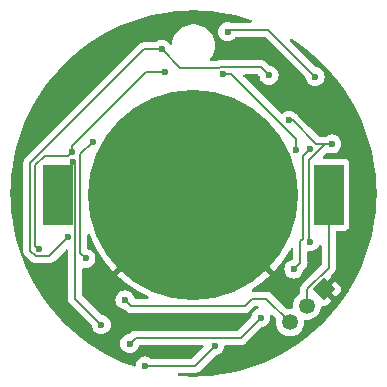
<source format=gbr>
%TF.GenerationSoftware,KiCad,Pcbnew,7.0.7*%
%TF.CreationDate,2024-04-02T17:30:46-04:00*%
%TF.ProjectId,battery_leds,62617474-6572-4795-9f6c-6564732e6b69,rev?*%
%TF.SameCoordinates,Original*%
%TF.FileFunction,Copper,L2,Bot*%
%TF.FilePolarity,Positive*%
%FSLAX46Y46*%
G04 Gerber Fmt 4.6, Leading zero omitted, Abs format (unit mm)*
G04 Created by KiCad (PCBNEW 7.0.7) date 2024-04-02 17:30:46*
%MOMM*%
%LPD*%
G01*
G04 APERTURE LIST*
G04 Aperture macros list*
%AMHorizOval*
0 Thick line with rounded ends*
0 $1 width*
0 $2 $3 position (X,Y) of the first rounded end (center of the circle)*
0 $4 $5 position (X,Y) of the second rounded end (center of the circle)*
0 Add line between two ends*
20,1,$1,$2,$3,$4,$5,0*
0 Add two circle primitives to create the rounded ends*
1,1,$1,$2,$3*
1,1,$1,$4,$5*%
%AMRotRect*
0 Rectangle, with rotation*
0 The origin of the aperture is its center*
0 $1 length*
0 $2 width*
0 $3 Rotation angle, in degrees counterclockwise*
0 Add horizontal line*
21,1,$1,$2,0,0,$3*%
G04 Aperture macros list end*
%TA.AperFunction,ComponentPad*%
%ADD10RotRect,1.350000X1.350000X315.000000*%
%TD*%
%TA.AperFunction,ComponentPad*%
%ADD11HorizOval,1.350000X0.000000X0.000000X0.000000X0.000000X0*%
%TD*%
%TA.AperFunction,SMDPad,CuDef*%
%ADD12C,17.800000*%
%TD*%
%TA.AperFunction,SMDPad,CuDef*%
%ADD13R,2.500000X5.100000*%
%TD*%
%TA.AperFunction,ViaPad*%
%ADD14C,0.600000*%
%TD*%
%TA.AperFunction,Conductor*%
%ADD15C,0.200000*%
%TD*%
G04 APERTURE END LIST*
D10*
%TO.P,J1,1,Pin_1*%
%TO.N,GND*%
X158464215Y-104423287D03*
D11*
%TO.P,J1,2,Pin_2*%
%TO.N,+3.3V*%
X157050001Y-105837501D03*
%TO.P,J1,3,Pin_3*%
%TO.N,SWIO*%
X155635788Y-107251714D03*
%TD*%
D12*
%TO.P,BT2,N1*%
%TO.N,GND*%
X147450001Y-96437501D03*
D13*
%TO.P,BT2,P1*%
%TO.N,+3.3V*%
X136000001Y-96437501D03*
%TO.P,BT2,P2*%
X158900001Y-96437501D03*
%TD*%
D14*
%TO.N,Net-(D1-K)*%
X157750001Y-86437501D03*
X150350001Y-82637501D03*
%TO.N,Net-(D13-K)*%
X136850501Y-100037501D03*
X144750001Y-84137501D03*
X153850001Y-86337501D03*
%TO.N,GND*%
X147450001Y-95437501D03*
%TO.N,Net-(Q1-G)*%
X142050001Y-109037501D03*
X157351090Y-92538590D03*
X153150001Y-106837501D03*
X155950001Y-102737501D03*
%TO.N,Net-(Q1-D)*%
X149950001Y-86237501D03*
X134350001Y-101037501D03*
X137150001Y-92837501D03*
X156150001Y-92637501D03*
X145050001Y-86037501D03*
%TO.N,+3.3V*%
X139650001Y-107437501D03*
X137250001Y-93637501D03*
%TO.N,SWIO*%
X141650001Y-105337501D03*
%TO.N,Net-(Q2-G)*%
X138350001Y-101837501D03*
X138903915Y-91947947D03*
%TO.N,Net-(D10-K)*%
X155550001Y-90137501D03*
X157321921Y-100409421D03*
X159150001Y-92137501D03*
%TO.N,Net-(U1-PD0)*%
X143350001Y-110937501D03*
X149250001Y-109237501D03*
%TD*%
D15*
%TO.N,Net-(D13-K)*%
X153150001Y-85637501D02*
X153850001Y-86337501D01*
X149701472Y-85637501D02*
X153150001Y-85637501D01*
X149638973Y-85700000D02*
X149701472Y-85637501D01*
X146312500Y-85700000D02*
X149638973Y-85700000D01*
X144750001Y-84137501D02*
X146312500Y-85700000D01*
%TO.N,Net-(D1-K)*%
X150350001Y-82637501D02*
X150522490Y-82465012D01*
X153777512Y-82465012D02*
X157750001Y-86437501D01*
X150522490Y-82465012D02*
X153777512Y-82465012D01*
%TO.N,Net-(D13-K)*%
X135250501Y-101637501D02*
X136850501Y-100037501D01*
X133650001Y-101186030D02*
X134101472Y-101637501D01*
X143250001Y-84137501D02*
X133650001Y-93737501D01*
X133650001Y-93737501D02*
X133650001Y-101186030D01*
X144750001Y-84137501D02*
X143250001Y-84137501D01*
X134101472Y-101637501D02*
X135250501Y-101637501D01*
%TO.N,Net-(Q1-G)*%
X156750001Y-100148266D02*
X156504207Y-100394060D01*
X153150001Y-106837501D02*
X151450001Y-108537501D01*
X151450001Y-108537501D02*
X142550001Y-108537501D01*
X157351090Y-92538590D02*
X156750001Y-93139679D01*
X156750001Y-93139679D02*
X156750001Y-100148266D01*
X142550001Y-108537501D02*
X142050001Y-109037501D01*
X156504207Y-102183295D02*
X155950001Y-102737501D01*
X156504207Y-100394060D02*
X156504207Y-102183295D01*
%TO.N,Net-(Q1-D)*%
X143402178Y-86037501D02*
X145050001Y-86037501D01*
X134850001Y-93137501D02*
X136850001Y-93137501D01*
X137150001Y-92289678D02*
X143402178Y-86037501D01*
X150650001Y-86237501D02*
X149950001Y-86237501D01*
X156150001Y-92637501D02*
X156150001Y-91737501D01*
X134050001Y-100737501D02*
X134050001Y-93937501D01*
X136850001Y-93137501D02*
X137150001Y-92837501D01*
X134050001Y-93937501D02*
X134850001Y-93137501D01*
X156150001Y-91737501D02*
X150650001Y-86237501D01*
X137150001Y-92837501D02*
X137150001Y-92289678D01*
X134350001Y-101037501D02*
X134050001Y-100737501D01*
%TO.N,+3.3V*%
X158900001Y-102608641D02*
X157050001Y-104458641D01*
X137450001Y-105237501D02*
X139650001Y-107437501D01*
X137250001Y-93637501D02*
X137450001Y-93837501D01*
X137450001Y-93837501D02*
X137450001Y-105237501D01*
X158900001Y-96437501D02*
X158900001Y-102608641D01*
X157050001Y-104458641D02*
X157050001Y-105837501D01*
%TO.N,SWIO*%
X151801472Y-105837501D02*
X152401472Y-105237501D01*
X152401472Y-105237501D02*
X153621575Y-105237501D01*
X142150001Y-105837501D02*
X151801472Y-105837501D01*
X141650001Y-105337501D02*
X142150001Y-105837501D01*
X153621575Y-105237501D02*
X155635788Y-107251714D01*
%TO.N,Net-(Q2-G)*%
X137850001Y-93001861D02*
X138903915Y-91947947D01*
X137850001Y-101337501D02*
X137850001Y-93001861D01*
X138350001Y-101837501D02*
X137850001Y-101337501D01*
%TO.N,Net-(D10-K)*%
X158600001Y-92137501D02*
X157250001Y-93487501D01*
X157250001Y-100337501D02*
X157321921Y-100409421D01*
X159150001Y-92137501D02*
X158600001Y-92137501D01*
X155850001Y-90137501D02*
X157850001Y-92137501D01*
X155550001Y-90137501D02*
X155850001Y-90137501D01*
X157850001Y-92137501D02*
X159150001Y-92137501D01*
X157250001Y-93487501D02*
X157250001Y-100337501D01*
%TO.N,Net-(U1-PD0)*%
X147550001Y-110937501D02*
X143350001Y-110937501D01*
X149250001Y-109237501D02*
X147550001Y-110937501D01*
%TD*%
%TA.AperFunction,Conductor*%
%TO.N,GND*%
G36*
X148233464Y-80857854D02*
G01*
X148236599Y-80858013D01*
X148478158Y-80876408D01*
X149016510Y-80917406D01*
X149019603Y-80917720D01*
X149795511Y-81016539D01*
X149798595Y-81017011D01*
X150568516Y-81155006D01*
X150571538Y-81155627D01*
X151333462Y-81332435D01*
X151336474Y-81333214D01*
X152088488Y-81548393D01*
X152091461Y-81549326D01*
X152307519Y-81623177D01*
X152364589Y-81663487D01*
X152390805Y-81728251D01*
X152377846Y-81796909D01*
X152329825Y-81847660D01*
X152267413Y-81864512D01*
X150585700Y-81864512D01*
X150544745Y-81857553D01*
X150529257Y-81852133D01*
X150529247Y-81852131D01*
X150350005Y-81831936D01*
X150349997Y-81831936D01*
X150170751Y-81852131D01*
X150170746Y-81852132D01*
X150000477Y-81911712D01*
X149847738Y-82007685D01*
X149720185Y-82135238D01*
X149624212Y-82287977D01*
X149564632Y-82458246D01*
X149564631Y-82458251D01*
X149544436Y-82637497D01*
X149544436Y-82637504D01*
X149564631Y-82816750D01*
X149564632Y-82816755D01*
X149624212Y-82987024D01*
X149685899Y-83085197D01*
X149720185Y-83139763D01*
X149847739Y-83267317D01*
X149902173Y-83301520D01*
X149982722Y-83352133D01*
X150000479Y-83363290D01*
X150102918Y-83399135D01*
X150170746Y-83422869D01*
X150170751Y-83422870D01*
X150349997Y-83443066D01*
X150350001Y-83443066D01*
X150350005Y-83443066D01*
X150529250Y-83422870D01*
X150529253Y-83422869D01*
X150529256Y-83422869D01*
X150699523Y-83363290D01*
X150852263Y-83267317D01*
X150979817Y-83139763D01*
X150990009Y-83123541D01*
X151042344Y-83077249D01*
X151095004Y-83065512D01*
X153477415Y-83065512D01*
X153544454Y-83085197D01*
X153565096Y-83101831D01*
X156919299Y-86456034D01*
X156952784Y-86517357D01*
X156954838Y-86529831D01*
X156964631Y-86616750D01*
X157024211Y-86787022D01*
X157046736Y-86822870D01*
X157120185Y-86939763D01*
X157247739Y-87067317D01*
X157400479Y-87163290D01*
X157543054Y-87213179D01*
X157570746Y-87222869D01*
X157570751Y-87222870D01*
X157749997Y-87243066D01*
X157750001Y-87243066D01*
X157750005Y-87243066D01*
X157929250Y-87222870D01*
X157929253Y-87222869D01*
X157929256Y-87222869D01*
X158099523Y-87163290D01*
X158252263Y-87067317D01*
X158379817Y-86939763D01*
X158475790Y-86787023D01*
X158535369Y-86616756D01*
X158538719Y-86587023D01*
X158555566Y-86437504D01*
X158555566Y-86437497D01*
X158535370Y-86258251D01*
X158535369Y-86258246D01*
X158500377Y-86158246D01*
X158475790Y-86087979D01*
X158475018Y-86086751D01*
X158412956Y-85987979D01*
X158379817Y-85935239D01*
X158252263Y-85807685D01*
X158099522Y-85711711D01*
X157929250Y-85652131D01*
X157842331Y-85642338D01*
X157777917Y-85615271D01*
X157768534Y-85606799D01*
X155622193Y-83460458D01*
X155588708Y-83399135D01*
X155593692Y-83329443D01*
X155635564Y-83273510D01*
X155701028Y-83249093D01*
X155769301Y-83263945D01*
X155778105Y-83269238D01*
X156303063Y-83615215D01*
X156305621Y-83616995D01*
X156936077Y-84079946D01*
X156938555Y-84081864D01*
X156970306Y-84107754D01*
X157544726Y-84576133D01*
X157547110Y-84578179D01*
X158127488Y-85102531D01*
X158129765Y-85104696D01*
X158682805Y-85657736D01*
X158684970Y-85660013D01*
X159209322Y-86240391D01*
X159211368Y-86242775D01*
X159705632Y-86848940D01*
X159707555Y-86851424D01*
X160170506Y-87481880D01*
X160172292Y-87484446D01*
X160602703Y-88137518D01*
X160604350Y-88140161D01*
X161001137Y-88814207D01*
X161002661Y-88816954D01*
X161364802Y-89510236D01*
X161366185Y-89513056D01*
X161692727Y-90223743D01*
X161693966Y-90226630D01*
X161984108Y-90952986D01*
X161985199Y-90955932D01*
X162238171Y-91696028D01*
X162239112Y-91699026D01*
X162454283Y-92451014D01*
X162455070Y-92454056D01*
X162631868Y-93215937D01*
X162632501Y-93219015D01*
X162770489Y-93988905D01*
X162770965Y-93992011D01*
X162869778Y-94767875D01*
X162870096Y-94771001D01*
X162929488Y-95550902D01*
X162929647Y-95554039D01*
X162949461Y-96335928D01*
X162949461Y-96339074D01*
X162929647Y-97120962D01*
X162929488Y-97124099D01*
X162870096Y-97904000D01*
X162869778Y-97907126D01*
X162770965Y-98682990D01*
X162770489Y-98686096D01*
X162632501Y-99455986D01*
X162631868Y-99459064D01*
X162455070Y-100220945D01*
X162454283Y-100223987D01*
X162239112Y-100975975D01*
X162238171Y-100978973D01*
X161985199Y-101719069D01*
X161984108Y-101722015D01*
X161693966Y-102448371D01*
X161692727Y-102451258D01*
X161366185Y-103161945D01*
X161364802Y-103164765D01*
X161002661Y-103858047D01*
X161001137Y-103860794D01*
X160604350Y-104534840D01*
X160602691Y-104537500D01*
X160584890Y-104564512D01*
X160172301Y-105190542D01*
X160170506Y-105193121D01*
X159707555Y-105823577D01*
X159705632Y-105826061D01*
X159211368Y-106432226D01*
X159209322Y-106434610D01*
X158684970Y-107014988D01*
X158682805Y-107017265D01*
X158129765Y-107570305D01*
X158127488Y-107572470D01*
X157547110Y-108096822D01*
X157544726Y-108098868D01*
X156938561Y-108593132D01*
X156936077Y-108595055D01*
X156305621Y-109058006D01*
X156303042Y-109059801D01*
X156064891Y-109216756D01*
X155863200Y-109349682D01*
X155650007Y-109490188D01*
X155647340Y-109491850D01*
X154973294Y-109888637D01*
X154970547Y-109890161D01*
X154277265Y-110252302D01*
X154274445Y-110253685D01*
X153563758Y-110580227D01*
X153560871Y-110581466D01*
X152834515Y-110871608D01*
X152831569Y-110872699D01*
X152091473Y-111125671D01*
X152088475Y-111126612D01*
X151336487Y-111341783D01*
X151333445Y-111342570D01*
X150571564Y-111519368D01*
X150568486Y-111520001D01*
X149798596Y-111657989D01*
X149795490Y-111658465D01*
X149019626Y-111757278D01*
X149016500Y-111757596D01*
X148236599Y-111816988D01*
X148233462Y-111817147D01*
X147451572Y-111836961D01*
X147448430Y-111836961D01*
X146666539Y-111817147D01*
X146663402Y-111816988D01*
X146251787Y-111785643D01*
X146186436Y-111760925D01*
X146144823Y-111704799D01*
X146140159Y-111635085D01*
X146173927Y-111573917D01*
X146235403Y-111540715D01*
X146261203Y-111538001D01*
X147506573Y-111538001D01*
X147514671Y-111538531D01*
X147550001Y-111543183D01*
X147550002Y-111543183D01*
X147602255Y-111536303D01*
X147706763Y-111522545D01*
X147852842Y-111462037D01*
X147881870Y-111439763D01*
X147978283Y-111365783D01*
X147999984Y-111337500D01*
X148005312Y-111331423D01*
X149268536Y-110068199D01*
X149329857Y-110034716D01*
X149342312Y-110032664D01*
X149429256Y-110022869D01*
X149599523Y-109963290D01*
X149752263Y-109867317D01*
X149879817Y-109739763D01*
X149975790Y-109587023D01*
X150035369Y-109416756D01*
X150042927Y-109349682D01*
X150054370Y-109248118D01*
X150081436Y-109183704D01*
X150139031Y-109144149D01*
X150177590Y-109138001D01*
X151406573Y-109138001D01*
X151414671Y-109138531D01*
X151450001Y-109143183D01*
X151450002Y-109143183D01*
X151502254Y-109136303D01*
X151606763Y-109122545D01*
X151752842Y-109062037D01*
X151784818Y-109037501D01*
X151878283Y-108965783D01*
X151899984Y-108937500D01*
X151905312Y-108931423D01*
X153168536Y-107668199D01*
X153229857Y-107634716D01*
X153242312Y-107632664D01*
X153329256Y-107622869D01*
X153499523Y-107563290D01*
X153652263Y-107467317D01*
X153779817Y-107339763D01*
X153875790Y-107187023D01*
X153935369Y-107016756D01*
X153935438Y-107016144D01*
X153955566Y-106837504D01*
X153955566Y-106837498D01*
X153942321Y-106719948D01*
X153954375Y-106651126D01*
X154001724Y-106599746D01*
X154069335Y-106582122D01*
X154135740Y-106603848D01*
X154153222Y-106618383D01*
X154444708Y-106909869D01*
X154478193Y-106971192D01*
X154476369Y-107029153D01*
X154476406Y-107029160D01*
X154476362Y-107029393D01*
X154476297Y-107031471D01*
X154475354Y-107034786D01*
X154475352Y-107034792D01*
X154455252Y-107251713D01*
X154455252Y-107251714D01*
X154475352Y-107468632D01*
X154475352Y-107468634D01*
X154475353Y-107468637D01*
X154534971Y-107678173D01*
X154632076Y-107873186D01*
X154763361Y-108047036D01*
X154924356Y-108193802D01*
X154924363Y-108193806D01*
X154924364Y-108193807D01*
X155109574Y-108308484D01*
X155109580Y-108308487D01*
X155117905Y-108311712D01*
X155312719Y-108387184D01*
X155526862Y-108427214D01*
X155526864Y-108427214D01*
X155744712Y-108427214D01*
X155744714Y-108427214D01*
X155958857Y-108387184D01*
X156161998Y-108308486D01*
X156347220Y-108193802D01*
X156508215Y-108047036D01*
X156639500Y-107873186D01*
X156736605Y-107678173D01*
X156796223Y-107468637D01*
X156816324Y-107251714D01*
X156806709Y-107147963D01*
X156820125Y-107079394D01*
X156868482Y-107028962D01*
X156936428Y-107012679D01*
X156940915Y-107013001D01*
X156941075Y-107013001D01*
X157158925Y-107013001D01*
X157158927Y-107013001D01*
X157373070Y-106972971D01*
X157576211Y-106894273D01*
X157761433Y-106779589D01*
X157922428Y-106632823D01*
X158053713Y-106458973D01*
X158150818Y-106263960D01*
X158210436Y-106054424D01*
X158217413Y-105979123D01*
X158243199Y-105914188D01*
X158299999Y-105873500D01*
X158358531Y-105867828D01*
X158464215Y-105883022D01*
X158606528Y-105862562D01*
X158606533Y-105862561D01*
X158737312Y-105802835D01*
X158783947Y-105765255D01*
X158783951Y-105765251D01*
X159118289Y-105430914D01*
X159118289Y-105430913D01*
X158648081Y-104960706D01*
X158614596Y-104899383D01*
X158619580Y-104829691D01*
X158661452Y-104773758D01*
X158679460Y-104762545D01*
X158702260Y-104750928D01*
X158791856Y-104661332D01*
X158803469Y-104638539D01*
X158851440Y-104587745D01*
X158919261Y-104570948D01*
X158985396Y-104593484D01*
X159001634Y-104607153D01*
X159471842Y-105077361D01*
X159806179Y-104743023D01*
X159806183Y-104743019D01*
X159843763Y-104696384D01*
X159903489Y-104565605D01*
X159903490Y-104565600D01*
X159923950Y-104423286D01*
X159903490Y-104280973D01*
X159903489Y-104280968D01*
X159843763Y-104150189D01*
X159806183Y-104103554D01*
X159471841Y-103769212D01*
X159471840Y-103769212D01*
X159001634Y-104239419D01*
X158940311Y-104272904D01*
X158870620Y-104267920D01*
X158814686Y-104226049D01*
X158803471Y-104208038D01*
X158791856Y-104185242D01*
X158791852Y-104185238D01*
X158791851Y-104185236D01*
X158702265Y-104095650D01*
X158702262Y-104095648D01*
X158702260Y-104095646D01*
X158679465Y-104084031D01*
X158628671Y-104036058D01*
X158611876Y-103968237D01*
X158634413Y-103902102D01*
X158648081Y-103885867D01*
X159118289Y-103415660D01*
X159117933Y-103415304D01*
X159084448Y-103353981D01*
X159089432Y-103284289D01*
X159117931Y-103239945D01*
X159293923Y-103063952D01*
X159300000Y-103058624D01*
X159328283Y-103036923D01*
X159424537Y-102911482D01*
X159485045Y-102765403D01*
X159500501Y-102648002D01*
X159505683Y-102608641D01*
X159501031Y-102573310D01*
X159500501Y-102565212D01*
X159500501Y-99612000D01*
X159520186Y-99544961D01*
X159572990Y-99499206D01*
X159624501Y-99488000D01*
X160197872Y-99488000D01*
X160197873Y-99488000D01*
X160257484Y-99481592D01*
X160392332Y-99431297D01*
X160507547Y-99345047D01*
X160593797Y-99229832D01*
X160644092Y-99094984D01*
X160650501Y-99035374D01*
X160650500Y-93839629D01*
X160644092Y-93780018D01*
X160641412Y-93772833D01*
X160593798Y-93645172D01*
X160593794Y-93645165D01*
X160507548Y-93529956D01*
X160507545Y-93529953D01*
X160392336Y-93443707D01*
X160392329Y-93443703D01*
X160257483Y-93393409D01*
X160257484Y-93393409D01*
X160197884Y-93387002D01*
X160197882Y-93387001D01*
X160197874Y-93387001D01*
X160197866Y-93387001D01*
X158499097Y-93387001D01*
X158432058Y-93367316D01*
X158386303Y-93314512D01*
X158376359Y-93245354D01*
X158405384Y-93181798D01*
X158411416Y-93175320D01*
X158469293Y-93117443D01*
X158688321Y-92898414D01*
X158749642Y-92864931D01*
X158816955Y-92869056D01*
X158970738Y-92922867D01*
X158970744Y-92922868D01*
X158970746Y-92922869D01*
X158970747Y-92922869D01*
X158970751Y-92922870D01*
X159149997Y-92943066D01*
X159150001Y-92943066D01*
X159150005Y-92943066D01*
X159329250Y-92922870D01*
X159329253Y-92922869D01*
X159329256Y-92922869D01*
X159499523Y-92863290D01*
X159652263Y-92767317D01*
X159779817Y-92639763D01*
X159875790Y-92487023D01*
X159935369Y-92316756D01*
X159938420Y-92289678D01*
X159955566Y-92137504D01*
X159955566Y-92137497D01*
X159935370Y-91958251D01*
X159935369Y-91958246D01*
X159931493Y-91947168D01*
X159875790Y-91787979D01*
X159779817Y-91635239D01*
X159652263Y-91507685D01*
X159553591Y-91445685D01*
X159499524Y-91411712D01*
X159329255Y-91352132D01*
X159329250Y-91352131D01*
X159150005Y-91331936D01*
X159149997Y-91331936D01*
X158970751Y-91352131D01*
X158970746Y-91352132D01*
X158800477Y-91411712D01*
X158641843Y-91511390D01*
X158641224Y-91510405D01*
X158586761Y-91533561D01*
X158574546Y-91535170D01*
X158564666Y-91536470D01*
X158556575Y-91537001D01*
X158150098Y-91537001D01*
X158083059Y-91517316D01*
X158062417Y-91500682D01*
X157273812Y-90712077D01*
X156305321Y-89743586D01*
X156299981Y-89737496D01*
X156278283Y-89709219D01*
X156176267Y-89630939D01*
X156170175Y-89625597D01*
X156052263Y-89507685D01*
X156052262Y-89507684D01*
X155899524Y-89411712D01*
X155729255Y-89352132D01*
X155729250Y-89352131D01*
X155550005Y-89331936D01*
X155549997Y-89331936D01*
X155370751Y-89352131D01*
X155370746Y-89352132D01*
X155200477Y-89411712D01*
X155047738Y-89507685D01*
X154996259Y-89559164D01*
X154934936Y-89592648D01*
X154865244Y-89587663D01*
X154820898Y-89559163D01*
X151711417Y-86449682D01*
X151677932Y-86388359D01*
X151682916Y-86318667D01*
X151724788Y-86262734D01*
X151790252Y-86238317D01*
X151799098Y-86238001D01*
X152849904Y-86238001D01*
X152916943Y-86257686D01*
X152937585Y-86274320D01*
X153019299Y-86356034D01*
X153052784Y-86417357D01*
X153054838Y-86429831D01*
X153064631Y-86516750D01*
X153124211Y-86687022D01*
X153187046Y-86787023D01*
X153220185Y-86839763D01*
X153347739Y-86967317D01*
X153500479Y-87063290D01*
X153511985Y-87067316D01*
X153670746Y-87122869D01*
X153670751Y-87122870D01*
X153849997Y-87143066D01*
X153850001Y-87143066D01*
X153850005Y-87143066D01*
X154029250Y-87122870D01*
X154029253Y-87122869D01*
X154029256Y-87122869D01*
X154199523Y-87063290D01*
X154352263Y-86967317D01*
X154479817Y-86839763D01*
X154575790Y-86687023D01*
X154635369Y-86516756D01*
X154642211Y-86456034D01*
X154655566Y-86337504D01*
X154655566Y-86337497D01*
X154635370Y-86158251D01*
X154635369Y-86158246D01*
X154613862Y-86096783D01*
X154575790Y-85987979D01*
X154479817Y-85835239D01*
X154352263Y-85707685D01*
X154276394Y-85660013D01*
X154199522Y-85611711D01*
X154029250Y-85552131D01*
X153942331Y-85542338D01*
X153877917Y-85515271D01*
X153868534Y-85506799D01*
X153769420Y-85407685D01*
X153605321Y-85243586D01*
X153599981Y-85237496D01*
X153578283Y-85209219D01*
X153452842Y-85112965D01*
X153306763Y-85052457D01*
X153306761Y-85052456D01*
X153189362Y-85037001D01*
X153150001Y-85031819D01*
X153114671Y-85036470D01*
X153106573Y-85037001D01*
X149744900Y-85037001D01*
X149736801Y-85036470D01*
X149701472Y-85031819D01*
X149662111Y-85037001D01*
X149544711Y-85052456D01*
X149544706Y-85052458D01*
X149453925Y-85090061D01*
X149406473Y-85099500D01*
X148974099Y-85099500D01*
X148907060Y-85079815D01*
X148861305Y-85027011D01*
X148851361Y-84957853D01*
X148877151Y-84898188D01*
X148941816Y-84817102D01*
X149076744Y-84583398D01*
X149175335Y-84332195D01*
X149235384Y-84069103D01*
X149255550Y-83800000D01*
X149254649Y-83787979D01*
X149235384Y-83530898D01*
X149235384Y-83530897D01*
X149175335Y-83267805D01*
X149076744Y-83016602D01*
X148941816Y-82782898D01*
X148773562Y-82571915D01*
X148773561Y-82571914D01*
X148773558Y-82571910D01*
X148575742Y-82388365D01*
X148352776Y-82236349D01*
X148352770Y-82236346D01*
X148352769Y-82236345D01*
X148352768Y-82236344D01*
X148109644Y-82119263D01*
X148109646Y-82119263D01*
X147851774Y-82039720D01*
X147851768Y-82039718D01*
X147584937Y-81999500D01*
X147584930Y-81999500D01*
X147315072Y-81999500D01*
X147315064Y-81999500D01*
X147048233Y-82039718D01*
X147048227Y-82039720D01*
X146790359Y-82119262D01*
X146547231Y-82236346D01*
X146324259Y-82388365D01*
X146126443Y-82571910D01*
X145958186Y-82782898D01*
X145823259Y-83016599D01*
X145823257Y-83016603D01*
X145724667Y-83267804D01*
X145724665Y-83267811D01*
X145664617Y-83530898D01*
X145655444Y-83653303D01*
X145630805Y-83718684D01*
X145574729Y-83760365D01*
X145505021Y-83765112D01*
X145443812Y-83731418D01*
X145426799Y-83710011D01*
X145379817Y-83635239D01*
X145252263Y-83507685D01*
X145177102Y-83460458D01*
X145099524Y-83411712D01*
X144929255Y-83352132D01*
X144929250Y-83352131D01*
X144750005Y-83331936D01*
X144749997Y-83331936D01*
X144570751Y-83352131D01*
X144570746Y-83352132D01*
X144400477Y-83411712D01*
X144247737Y-83507686D01*
X144244904Y-83509946D01*
X144242725Y-83510835D01*
X144241843Y-83511390D01*
X144241745Y-83511235D01*
X144180218Y-83536356D01*
X144167589Y-83537001D01*
X143293429Y-83537001D01*
X143285330Y-83536470D01*
X143250001Y-83531819D01*
X143210640Y-83537001D01*
X143093240Y-83552456D01*
X143093238Y-83552457D01*
X142947158Y-83612965D01*
X142821720Y-83709217D01*
X142800020Y-83737495D01*
X142794669Y-83743597D01*
X133256097Y-93282169D01*
X133249995Y-93287520D01*
X133221717Y-93309219D01*
X133180229Y-93363290D01*
X133125464Y-93434660D01*
X133064957Y-93580738D01*
X133064956Y-93580740D01*
X133044319Y-93737499D01*
X133048969Y-93772833D01*
X133049500Y-93780932D01*
X133049500Y-101142597D01*
X133048969Y-101150696D01*
X133045343Y-101178251D01*
X133044319Y-101186030D01*
X133045472Y-101194789D01*
X133055586Y-101271631D01*
X133055592Y-101271661D01*
X133064957Y-101342790D01*
X133064957Y-101342792D01*
X133125095Y-101487979D01*
X133125465Y-101488871D01*
X133221719Y-101614312D01*
X133249996Y-101636010D01*
X133256086Y-101641350D01*
X133452233Y-101837497D01*
X133646141Y-102031405D01*
X133651492Y-102037506D01*
X133673190Y-102065783D01*
X133791012Y-102156191D01*
X133798631Y-102162037D01*
X133944710Y-102222545D01*
X134023091Y-102232864D01*
X134101471Y-102243183D01*
X134101472Y-102243183D01*
X134136801Y-102238531D01*
X134144900Y-102238001D01*
X135207073Y-102238001D01*
X135215171Y-102238531D01*
X135250501Y-102243183D01*
X135250502Y-102243183D01*
X135310842Y-102235239D01*
X135407263Y-102222545D01*
X135553342Y-102162037D01*
X135560961Y-102156191D01*
X135678781Y-102065785D01*
X135678785Y-102065780D01*
X135700485Y-102037499D01*
X135705811Y-102031424D01*
X136637821Y-101099415D01*
X136699143Y-101065931D01*
X136768835Y-101070915D01*
X136824768Y-101112787D01*
X136849185Y-101178251D01*
X136849501Y-101187097D01*
X136849501Y-105194072D01*
X136848970Y-105202174D01*
X136844319Y-105237500D01*
X136844319Y-105237501D01*
X136849501Y-105276861D01*
X136864956Y-105394261D01*
X136864957Y-105394263D01*
X136925465Y-105540342D01*
X137021719Y-105665783D01*
X137049996Y-105687481D01*
X137056086Y-105692821D01*
X137945387Y-106582122D01*
X138819299Y-107456034D01*
X138852784Y-107517357D01*
X138854838Y-107529831D01*
X138864631Y-107616750D01*
X138924211Y-107787022D01*
X138978352Y-107873186D01*
X139020185Y-107939763D01*
X139147739Y-108067317D01*
X139300479Y-108163290D01*
X139470745Y-108222868D01*
X139470746Y-108222869D01*
X139470751Y-108222870D01*
X139649997Y-108243066D01*
X139650001Y-108243066D01*
X139650005Y-108243066D01*
X139829250Y-108222870D01*
X139829253Y-108222869D01*
X139829256Y-108222869D01*
X139999523Y-108163290D01*
X140152263Y-108067317D01*
X140279817Y-107939763D01*
X140375790Y-107787023D01*
X140435369Y-107616756D01*
X140440359Y-107572470D01*
X140455566Y-107437504D01*
X140455566Y-107437497D01*
X140435370Y-107258251D01*
X140435369Y-107258246D01*
X140375789Y-107087977D01*
X140309939Y-106983178D01*
X140279817Y-106935239D01*
X140152263Y-106807685D01*
X140121388Y-106788285D01*
X139999522Y-106711711D01*
X139829250Y-106652131D01*
X139742331Y-106642338D01*
X139677917Y-106615271D01*
X139668534Y-106606799D01*
X138086820Y-105025085D01*
X138053335Y-104963762D01*
X138050501Y-104937404D01*
X138050501Y-102748077D01*
X138070186Y-102681038D01*
X138122990Y-102635283D01*
X138188384Y-102624857D01*
X138349997Y-102643066D01*
X138350001Y-102643066D01*
X138350005Y-102643066D01*
X138529250Y-102622870D01*
X138529253Y-102622869D01*
X138529256Y-102622869D01*
X138699523Y-102563290D01*
X138852263Y-102467317D01*
X138979817Y-102339763D01*
X139075790Y-102187023D01*
X139135369Y-102016756D01*
X139135370Y-102016750D01*
X139155566Y-101837504D01*
X139155566Y-101837497D01*
X139135370Y-101658251D01*
X139135369Y-101658246D01*
X139128453Y-101638481D01*
X139075790Y-101487979D01*
X138979817Y-101335239D01*
X138852263Y-101207685D01*
X138831739Y-101194789D01*
X138699522Y-101111711D01*
X138606846Y-101079282D01*
X138533545Y-101053633D01*
X138476771Y-101012913D01*
X138451023Y-100947961D01*
X138450501Y-100936593D01*
X138450501Y-99893476D01*
X138470186Y-99826437D01*
X138522990Y-99780682D01*
X138592148Y-99770738D01*
X138655704Y-99799763D01*
X138690553Y-99849797D01*
X138760880Y-100036650D01*
X139014881Y-100597243D01*
X139305000Y-101140017D01*
X139304999Y-101140017D01*
X139629995Y-101662653D01*
X139988484Y-102162925D01*
X139988484Y-102162924D01*
X140378918Y-102638669D01*
X140378919Y-102638669D01*
X140628645Y-102905300D01*
X140628646Y-102905301D01*
X147362319Y-96171628D01*
X147423642Y-96138143D01*
X147493334Y-96143127D01*
X147537681Y-96171628D01*
X154271355Y-102905301D01*
X154521077Y-102638677D01*
X154521077Y-102638676D01*
X154911518Y-102162924D01*
X154911518Y-102162925D01*
X155270007Y-101662653D01*
X155595003Y-101140017D01*
X155595002Y-101140017D01*
X155670349Y-100999053D01*
X155719311Y-100949209D01*
X155787448Y-100933748D01*
X155853128Y-100957579D01*
X155895497Y-101013137D01*
X155903707Y-101057506D01*
X155903707Y-101826338D01*
X155884022Y-101893377D01*
X155831218Y-101939132D01*
X155793592Y-101949558D01*
X155770751Y-101952131D01*
X155600479Y-102011711D01*
X155447738Y-102107685D01*
X155320185Y-102235238D01*
X155224212Y-102387977D01*
X155164632Y-102558246D01*
X155164631Y-102558251D01*
X155144436Y-102737497D01*
X155144436Y-102737504D01*
X155164631Y-102916750D01*
X155164632Y-102916755D01*
X155224212Y-103087024D01*
X155320185Y-103239762D01*
X155320185Y-103239763D01*
X155447739Y-103367317D01*
X155600479Y-103463290D01*
X155729902Y-103508577D01*
X155770746Y-103522869D01*
X155770751Y-103522870D01*
X155949997Y-103543066D01*
X155950001Y-103543066D01*
X155950005Y-103543066D01*
X156129250Y-103522870D01*
X156129253Y-103522869D01*
X156129256Y-103522869D01*
X156299523Y-103463290D01*
X156452263Y-103367317D01*
X156579817Y-103239763D01*
X156675790Y-103087023D01*
X156735369Y-102916756D01*
X156745162Y-102829830D01*
X156772227Y-102765419D01*
X156780691Y-102756044D01*
X156898129Y-102638606D01*
X156904206Y-102633278D01*
X156932489Y-102611577D01*
X157028743Y-102486136D01*
X157089251Y-102340057D01*
X157104707Y-102222656D01*
X157109889Y-102183295D01*
X157105237Y-102147964D01*
X157104707Y-102139866D01*
X157104707Y-101329268D01*
X157124392Y-101262229D01*
X157177196Y-101216474D01*
X157242591Y-101206048D01*
X157321918Y-101214986D01*
X157321921Y-101214986D01*
X157321925Y-101214986D01*
X157501170Y-101194790D01*
X157501173Y-101194789D01*
X157501176Y-101194789D01*
X157671443Y-101135210D01*
X157824183Y-101039237D01*
X157951737Y-100911683D01*
X158047710Y-100758943D01*
X158058459Y-100728223D01*
X158099181Y-100671448D01*
X158164134Y-100645701D01*
X158232695Y-100659157D01*
X158283098Y-100707544D01*
X158299501Y-100769179D01*
X158299501Y-102308543D01*
X158279816Y-102375582D01*
X158263182Y-102396224D01*
X156656097Y-104003309D01*
X156649994Y-104008661D01*
X156621720Y-104030357D01*
X156597551Y-104061856D01*
X156525462Y-104155803D01*
X156525462Y-104155804D01*
X156464958Y-104301875D01*
X156464956Y-104301880D01*
X156444319Y-104458639D01*
X156444319Y-104458640D01*
X156448970Y-104493967D01*
X156449501Y-104502069D01*
X156449501Y-104757659D01*
X156429816Y-104824698D01*
X156390779Y-104863086D01*
X156338567Y-104895414D01*
X156177575Y-105042176D01*
X156046289Y-105216028D01*
X155949185Y-105411038D01*
X155889565Y-105620582D01*
X155869465Y-105837500D01*
X155869465Y-105837503D01*
X155879078Y-105941252D01*
X155865663Y-106009821D01*
X155817305Y-106060253D01*
X155749359Y-106076535D01*
X155744881Y-106076214D01*
X155744714Y-106076214D01*
X155526862Y-106076214D01*
X155526861Y-106076214D01*
X155407997Y-106098432D01*
X155338482Y-106091400D01*
X155297533Y-106064224D01*
X154740758Y-105507449D01*
X154076895Y-104843586D01*
X154071555Y-104837496D01*
X154049857Y-104809219D01*
X153924416Y-104712965D01*
X153778337Y-104652457D01*
X153778335Y-104652456D01*
X153660936Y-104637001D01*
X153621575Y-104631819D01*
X153586245Y-104636470D01*
X153578147Y-104637001D01*
X152499104Y-104637001D01*
X152432065Y-104617316D01*
X152386310Y-104564512D01*
X152376366Y-104495354D01*
X152405391Y-104431798D01*
X152433624Y-104407700D01*
X152675153Y-104257507D01*
X153175425Y-103899018D01*
X153175424Y-103899018D01*
X153651176Y-103508577D01*
X153651177Y-103508577D01*
X153917801Y-103258855D01*
X147450001Y-96791054D01*
X140982200Y-103258855D01*
X141248833Y-103508583D01*
X141248833Y-103508584D01*
X141724578Y-103899018D01*
X141724577Y-103899018D01*
X142224849Y-104257507D01*
X142747485Y-104582503D01*
X142747485Y-104582502D01*
X143290259Y-104872621D01*
X143571510Y-105000054D01*
X143624450Y-105045651D01*
X143644333Y-105112632D01*
X143624848Y-105179730D01*
X143572181Y-105225642D01*
X143520334Y-105237001D01*
X142550910Y-105237001D01*
X142483871Y-105217316D01*
X142438116Y-105164512D01*
X142433868Y-105153956D01*
X142407066Y-105077361D01*
X142375790Y-104987979D01*
X142279817Y-104835239D01*
X142152263Y-104707685D01*
X142078493Y-104661332D01*
X141999524Y-104611712D01*
X141829255Y-104552132D01*
X141829250Y-104552131D01*
X141650005Y-104531936D01*
X141649997Y-104531936D01*
X141470751Y-104552131D01*
X141470746Y-104552132D01*
X141300477Y-104611712D01*
X141147738Y-104707685D01*
X141020185Y-104835238D01*
X140924212Y-104987977D01*
X140864632Y-105158246D01*
X140864631Y-105158251D01*
X140844436Y-105337497D01*
X140844436Y-105337504D01*
X140864631Y-105516750D01*
X140864632Y-105516755D01*
X140924212Y-105687024D01*
X141010015Y-105823577D01*
X141020185Y-105839763D01*
X141147739Y-105967317D01*
X141300479Y-106063290D01*
X141470746Y-106122869D01*
X141557670Y-106132662D01*
X141622081Y-106159727D01*
X141631466Y-106168201D01*
X141694670Y-106231405D01*
X141700021Y-106237506D01*
X141721719Y-106265783D01*
X141783208Y-106312965D01*
X141847160Y-106362037D01*
X141993239Y-106422545D01*
X142066774Y-106432226D01*
X142150000Y-106443183D01*
X142150001Y-106443183D01*
X142185330Y-106438531D01*
X142193429Y-106438001D01*
X151758044Y-106438001D01*
X151766142Y-106438531D01*
X151801472Y-106443183D01*
X151801473Y-106443183D01*
X151853725Y-106436303D01*
X151958234Y-106422545D01*
X152104313Y-106362037D01*
X152168265Y-106312965D01*
X152229754Y-106265783D01*
X152251456Y-106237499D01*
X152256790Y-106231416D01*
X152613887Y-105874320D01*
X152675211Y-105840835D01*
X152701569Y-105838001D01*
X152852887Y-105838001D01*
X152919926Y-105857686D01*
X152965681Y-105910490D01*
X152975625Y-105979648D01*
X152946600Y-106043204D01*
X152893841Y-106079043D01*
X152800479Y-106111711D01*
X152647738Y-106207685D01*
X152520185Y-106335238D01*
X152424211Y-106487979D01*
X152364631Y-106658251D01*
X152354838Y-106745169D01*
X152327771Y-106809583D01*
X152319299Y-106818966D01*
X151237585Y-107900682D01*
X151176262Y-107934167D01*
X151149904Y-107937001D01*
X142593429Y-107937001D01*
X142585330Y-107936470D01*
X142550001Y-107931819D01*
X142510640Y-107937001D01*
X142393240Y-107952456D01*
X142393238Y-107952457D01*
X142247161Y-108012964D01*
X142247159Y-108012965D01*
X142247160Y-108012965D01*
X142121719Y-108109219D01*
X142121717Y-108109221D01*
X142121715Y-108109223D01*
X142100027Y-108137487D01*
X142094674Y-108143591D01*
X142031465Y-108206800D01*
X141970141Y-108240284D01*
X141957668Y-108242338D01*
X141870751Y-108252131D01*
X141700479Y-108311711D01*
X141547738Y-108407685D01*
X141420185Y-108535238D01*
X141324212Y-108687977D01*
X141264632Y-108858246D01*
X141264631Y-108858251D01*
X141244436Y-109037497D01*
X141244436Y-109037501D01*
X141264631Y-109216750D01*
X141264632Y-109216755D01*
X141324212Y-109387024D01*
X141389035Y-109490188D01*
X141420185Y-109539763D01*
X141547739Y-109667317D01*
X141700479Y-109763290D01*
X141870745Y-109822868D01*
X141870746Y-109822869D01*
X141870751Y-109822870D01*
X142049997Y-109843066D01*
X142050001Y-109843066D01*
X142050005Y-109843066D01*
X142229250Y-109822870D01*
X142229253Y-109822869D01*
X142229256Y-109822869D01*
X142399523Y-109763290D01*
X142552263Y-109667317D01*
X142679817Y-109539763D01*
X142775790Y-109387023D01*
X142833867Y-109221046D01*
X142874590Y-109164270D01*
X142939543Y-109138523D01*
X142950910Y-109138001D01*
X148200903Y-109138001D01*
X148267942Y-109157686D01*
X148313697Y-109210490D01*
X148323641Y-109279648D01*
X148294616Y-109343204D01*
X148288584Y-109349682D01*
X147337585Y-110300682D01*
X147276262Y-110334167D01*
X147249904Y-110337001D01*
X143932413Y-110337001D01*
X143865374Y-110317316D01*
X143855098Y-110309946D01*
X143852264Y-110307686D01*
X143852264Y-110307685D01*
X143852263Y-110307685D01*
X143766323Y-110253685D01*
X143699524Y-110211712D01*
X143529255Y-110152132D01*
X143529250Y-110152131D01*
X143350005Y-110131936D01*
X143349997Y-110131936D01*
X143170751Y-110152131D01*
X143170746Y-110152132D01*
X143000477Y-110211712D01*
X142847738Y-110307685D01*
X142720185Y-110435238D01*
X142624212Y-110587977D01*
X142564632Y-110758246D01*
X142564631Y-110758250D01*
X142551094Y-110878400D01*
X142524027Y-110942814D01*
X142466432Y-110982369D01*
X142396595Y-110984506D01*
X142387768Y-110981851D01*
X142068432Y-110872699D01*
X142065486Y-110871608D01*
X141339130Y-110581466D01*
X141336243Y-110580227D01*
X140625556Y-110253685D01*
X140622736Y-110252302D01*
X139929454Y-109890161D01*
X139926707Y-109888637D01*
X139252661Y-109491850D01*
X139250018Y-109490203D01*
X138596946Y-109059792D01*
X138594380Y-109058006D01*
X137963924Y-108595055D01*
X137961440Y-108593132D01*
X137355275Y-108098868D01*
X137352891Y-108096822D01*
X136772513Y-107572470D01*
X136770236Y-107570305D01*
X136217196Y-107017265D01*
X136215031Y-107014988D01*
X135690679Y-106434610D01*
X135688633Y-106432226D01*
X135203697Y-105837501D01*
X135194364Y-105826055D01*
X135192446Y-105823577D01*
X134729495Y-105193121D01*
X134727715Y-105190563D01*
X134297291Y-104537472D01*
X134295651Y-104534840D01*
X133898864Y-103860794D01*
X133897340Y-103858047D01*
X133535199Y-103164765D01*
X133533816Y-103161945D01*
X133421158Y-102916755D01*
X133207263Y-102451234D01*
X133206035Y-102448371D01*
X133185205Y-102396224D01*
X132915885Y-101721994D01*
X132914811Y-101719093D01*
X132661826Y-100978961D01*
X132660889Y-100975975D01*
X132655625Y-100957579D01*
X132445714Y-100223974D01*
X132444931Y-100220945D01*
X132433666Y-100172400D01*
X132268127Y-99459038D01*
X132267506Y-99456016D01*
X132129511Y-98686095D01*
X132129039Y-98683011D01*
X132030220Y-97907103D01*
X132029905Y-97904000D01*
X131970513Y-97124099D01*
X131970354Y-97120962D01*
X131961994Y-96791054D01*
X131950540Y-96339040D01*
X131950540Y-96335961D01*
X131970354Y-95554035D01*
X131970513Y-95550902D01*
X132029905Y-94771001D01*
X132030220Y-94767902D01*
X132129040Y-93991984D01*
X132129512Y-93988905D01*
X132267507Y-93218977D01*
X132268125Y-93215971D01*
X132444937Y-92454029D01*
X132445712Y-92451037D01*
X132660896Y-91699002D01*
X132661822Y-91696051D01*
X132914815Y-90955895D01*
X132915880Y-90953020D01*
X133206043Y-90226609D01*
X133207257Y-90223781D01*
X133533824Y-89513039D01*
X133535199Y-89510236D01*
X133897340Y-88816954D01*
X133898864Y-88814207D01*
X134295657Y-88140150D01*
X134297280Y-88137546D01*
X134727727Y-87484419D01*
X134729495Y-87481880D01*
X134919690Y-87222869D01*
X135192460Y-86851404D01*
X135194349Y-86848965D01*
X135551772Y-86410621D01*
X135688633Y-86242775D01*
X135690679Y-86240391D01*
X135966374Y-85935239D01*
X136215040Y-85660002D01*
X136217176Y-85657756D01*
X136770256Y-85104676D01*
X136772502Y-85102540D01*
X137347114Y-84583398D01*
X137352891Y-84578179D01*
X137355275Y-84576133D01*
X137540534Y-84425074D01*
X137961465Y-84081849D01*
X137963904Y-84079960D01*
X138594384Y-83616992D01*
X138596919Y-83615227D01*
X139250046Y-83184780D01*
X139252650Y-83183157D01*
X139926713Y-82786360D01*
X139929454Y-82784840D01*
X140622736Y-82422699D01*
X140625539Y-82421324D01*
X141336281Y-82094757D01*
X141339109Y-82093543D01*
X142065520Y-81803380D01*
X142068395Y-81802315D01*
X142808551Y-81549322D01*
X142811502Y-81548396D01*
X143563537Y-81333212D01*
X143566529Y-81332437D01*
X144328471Y-81155625D01*
X144331477Y-81155007D01*
X145101412Y-81017010D01*
X145104484Y-81016540D01*
X145880402Y-80917720D01*
X145883487Y-80917406D01*
X146570233Y-80865108D01*
X146663402Y-80858013D01*
X146666535Y-80857854D01*
X147448462Y-80838040D01*
X147451540Y-80838040D01*
X148233464Y-80857854D01*
G37*
%TD.AperFunction*%
%TD*%
M02*

</source>
